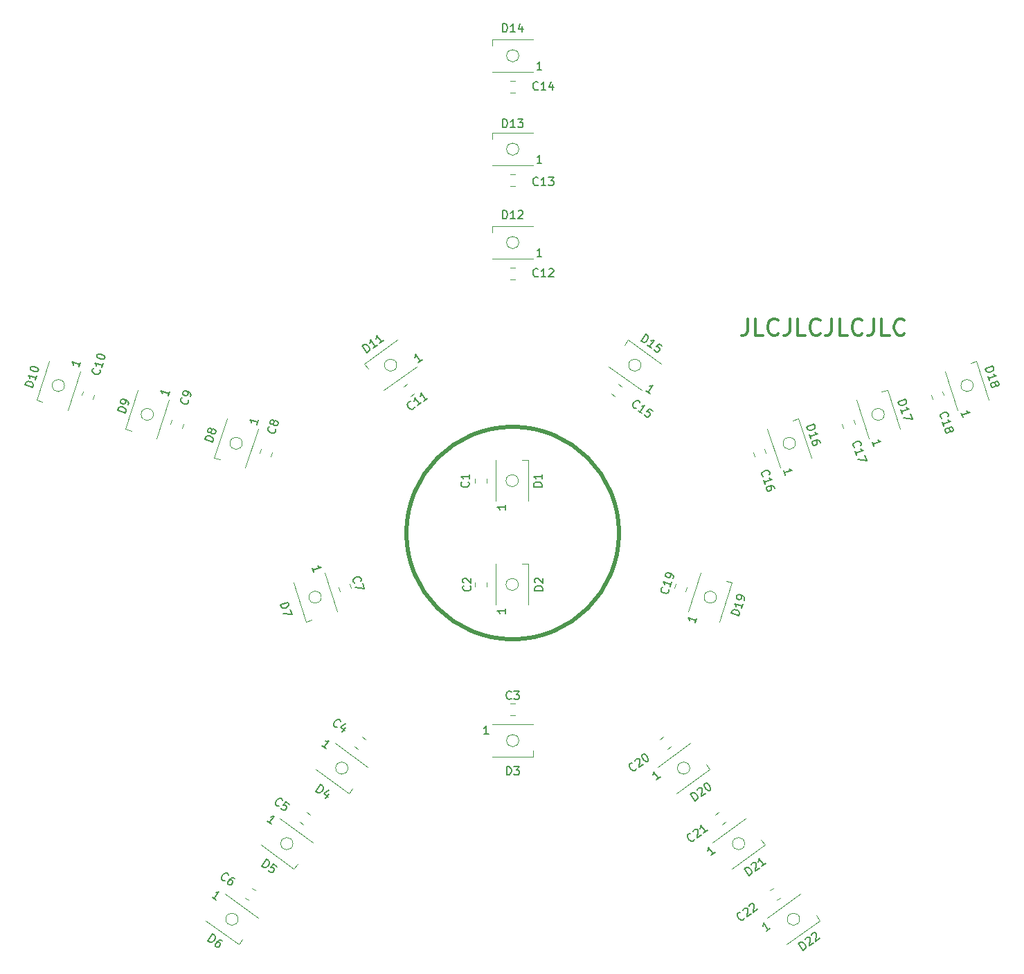
<source format=gbr>
%TF.GenerationSoftware,KiCad,Pcbnew,5.1.12-84ad8e8a86~92~ubuntu20.04.1*%
%TF.CreationDate,2021-11-29T16:52:28+01:00*%
%TF.ProjectId,RGBchristmasStar,52474263-6872-4697-9374-6d6173537461,rev?*%
%TF.SameCoordinates,Original*%
%TF.FileFunction,Legend,Top*%
%TF.FilePolarity,Positive*%
%FSLAX46Y46*%
G04 Gerber Fmt 4.6, Leading zero omitted, Abs format (unit mm)*
G04 Created by KiCad (PCBNEW 5.1.12-84ad8e8a86~92~ubuntu20.04.1) date 2021-11-29 16:52:28*
%MOMM*%
%LPD*%
G01*
G04 APERTURE LIST*
%ADD10C,0.300000*%
%ADD11C,0.500000*%
%ADD12C,0.120000*%
%ADD13C,0.150000*%
G04 APERTURE END LIST*
D10*
X136741904Y-86794761D02*
X136741904Y-88223333D01*
X136646666Y-88509047D01*
X136456190Y-88699523D01*
X136170476Y-88794761D01*
X135980000Y-88794761D01*
X138646666Y-88794761D02*
X137694285Y-88794761D01*
X137694285Y-86794761D01*
X140456190Y-88604285D02*
X140360952Y-88699523D01*
X140075238Y-88794761D01*
X139884761Y-88794761D01*
X139599047Y-88699523D01*
X139408571Y-88509047D01*
X139313333Y-88318571D01*
X139218095Y-87937619D01*
X139218095Y-87651904D01*
X139313333Y-87270952D01*
X139408571Y-87080476D01*
X139599047Y-86890000D01*
X139884761Y-86794761D01*
X140075238Y-86794761D01*
X140360952Y-86890000D01*
X140456190Y-86985238D01*
X141884761Y-86794761D02*
X141884761Y-88223333D01*
X141789523Y-88509047D01*
X141599047Y-88699523D01*
X141313333Y-88794761D01*
X141122857Y-88794761D01*
X143789523Y-88794761D02*
X142837142Y-88794761D01*
X142837142Y-86794761D01*
X145599047Y-88604285D02*
X145503809Y-88699523D01*
X145218095Y-88794761D01*
X145027619Y-88794761D01*
X144741904Y-88699523D01*
X144551428Y-88509047D01*
X144456190Y-88318571D01*
X144360952Y-87937619D01*
X144360952Y-87651904D01*
X144456190Y-87270952D01*
X144551428Y-87080476D01*
X144741904Y-86890000D01*
X145027619Y-86794761D01*
X145218095Y-86794761D01*
X145503809Y-86890000D01*
X145599047Y-86985238D01*
X147027619Y-86794761D02*
X147027619Y-88223333D01*
X146932380Y-88509047D01*
X146741904Y-88699523D01*
X146456190Y-88794761D01*
X146265714Y-88794761D01*
X148932380Y-88794761D02*
X147980000Y-88794761D01*
X147980000Y-86794761D01*
X150741904Y-88604285D02*
X150646666Y-88699523D01*
X150360952Y-88794761D01*
X150170476Y-88794761D01*
X149884761Y-88699523D01*
X149694285Y-88509047D01*
X149599047Y-88318571D01*
X149503809Y-87937619D01*
X149503809Y-87651904D01*
X149599047Y-87270952D01*
X149694285Y-87080476D01*
X149884761Y-86890000D01*
X150170476Y-86794761D01*
X150360952Y-86794761D01*
X150646666Y-86890000D01*
X150741904Y-86985238D01*
X152170476Y-86794761D02*
X152170476Y-88223333D01*
X152075238Y-88509047D01*
X151884761Y-88699523D01*
X151599047Y-88794761D01*
X151408571Y-88794761D01*
X154075238Y-88794761D02*
X153122857Y-88794761D01*
X153122857Y-86794761D01*
X155884761Y-88604285D02*
X155789523Y-88699523D01*
X155503809Y-88794761D01*
X155313333Y-88794761D01*
X155027619Y-88699523D01*
X154837142Y-88509047D01*
X154741904Y-88318571D01*
X154646666Y-87937619D01*
X154646666Y-87651904D01*
X154741904Y-87270952D01*
X154837142Y-87080476D01*
X155027619Y-86890000D01*
X155313333Y-86794761D01*
X155503809Y-86794761D01*
X155789523Y-86890000D01*
X155884761Y-86985238D01*
D11*
X121000000Y-113000000D02*
G75*
G03*
X121000000Y-113000000I-13000000J0D01*
G01*
D12*
%TO.C,C22*%
X140319617Y-157928606D02*
X140742331Y-157621485D01*
X139455573Y-156739351D02*
X139878287Y-156432230D01*
%TO.C,C21*%
X133601232Y-148681541D02*
X134023946Y-148374420D01*
X132737188Y-147492286D02*
X133159902Y-147185165D01*
%TO.C,C20*%
X126882846Y-139434477D02*
X127305560Y-139127356D01*
X126018802Y-138245222D02*
X126441516Y-137938101D01*
%TO.C,C19*%
X129151605Y-120147269D02*
X129313068Y-119650338D01*
X127753552Y-119693014D02*
X127915015Y-119196083D01*
%TO.C,C18*%
X160716954Y-96145920D02*
X160555491Y-95648989D01*
X159318901Y-96600175D02*
X159157438Y-96103244D01*
%TO.C,C17*%
X149846378Y-99677985D02*
X149684915Y-99181054D01*
X148448325Y-100132240D02*
X148286862Y-99635309D01*
%TO.C,C16*%
X138975802Y-103210049D02*
X138814339Y-102713118D01*
X137577749Y-103664304D02*
X137416286Y-103167373D01*
%TO.C,C15*%
X121333662Y-95092257D02*
X120910948Y-94785136D01*
X120469618Y-96281512D02*
X120046904Y-95974391D01*
%TO.C,C14*%
X108261252Y-57655000D02*
X107738748Y-57655000D01*
X108261252Y-59125000D02*
X107738748Y-59125000D01*
%TO.C,C13*%
X108261252Y-69085000D02*
X107738748Y-69085000D01*
X108261252Y-70555000D02*
X107738748Y-70555000D01*
%TO.C,C12*%
X108261252Y-80515000D02*
X107738748Y-80515000D01*
X108261252Y-81985000D02*
X107738748Y-81985000D01*
%TO.C,C11*%
X95089052Y-94785136D02*
X94666338Y-95092257D01*
X95953096Y-95974391D02*
X95530382Y-96281512D01*
%TO.C,C10*%
X55444509Y-95648989D02*
X55283046Y-96145920D01*
X56842562Y-96103244D02*
X56681099Y-96600175D01*
%TO.C,C9*%
X66315085Y-99181054D02*
X66153622Y-99677985D01*
X67713138Y-99635309D02*
X67551675Y-100132240D01*
%TO.C,C8*%
X77185661Y-102713118D02*
X77024198Y-103210049D01*
X78583714Y-103167373D02*
X78422251Y-103664304D01*
%TO.C,C7*%
X86686932Y-119650338D02*
X86848395Y-120147269D01*
X88084985Y-119196083D02*
X88246448Y-119693014D01*
%TO.C,C6*%
X75257669Y-157621485D02*
X75680383Y-157928606D01*
X76121713Y-156432230D02*
X76544427Y-156739351D01*
%TO.C,C5*%
X81976054Y-148374420D02*
X82398768Y-148681541D01*
X82840098Y-147185165D02*
X83262812Y-147492286D01*
%TO.C,C4*%
X88694440Y-139127356D02*
X89117154Y-139434477D01*
X89558484Y-137938101D02*
X89981198Y-138245222D01*
%TO.C,C3*%
X107738748Y-135325000D02*
X108261252Y-135325000D01*
X107738748Y-133855000D02*
X108261252Y-133855000D01*
%TO.C,C2*%
X104855000Y-119551252D02*
X104855000Y-119028748D01*
X103385000Y-119551252D02*
X103385000Y-119028748D01*
%TO.C,C1*%
X104855000Y-106851252D02*
X104855000Y-106328748D01*
X103385000Y-106851252D02*
X103385000Y-106328748D01*
%TO.C,D1*%
X108680000Y-106590000D02*
G75*
G03*
X108680000Y-106590000I-750000J0D01*
G01*
X109930000Y-104090000D02*
X109180000Y-104090000D01*
X109930000Y-109090000D02*
X109930000Y-104090000D01*
X105930000Y-109090000D02*
X105930000Y-104090000D01*
%TO.C,D2*%
X108680000Y-119290000D02*
G75*
G03*
X108680000Y-119290000I-750000J0D01*
G01*
X109930000Y-116790000D02*
X109180000Y-116790000D01*
X109930000Y-121790000D02*
X109930000Y-116790000D01*
X105930000Y-121790000D02*
X105930000Y-116790000D01*
%TO.C,D3*%
X108750000Y-138400000D02*
G75*
G03*
X108750000Y-138400000I-750000J0D01*
G01*
X110500000Y-140400000D02*
X110500000Y-139650000D01*
X105500000Y-140400000D02*
X110500000Y-140400000D01*
X105500000Y-136400000D02*
X110500000Y-136400000D01*
%TO.C,D4*%
X87848357Y-141768644D02*
G75*
G03*
X87848357Y-141768644I-750000J0D01*
G01*
X87945329Y-144856141D02*
X88386168Y-144249378D01*
X83900244Y-141917215D02*
X87945329Y-144856141D01*
X86251385Y-138681147D02*
X90296470Y-141620073D01*
%TO.C,D5*%
X81129971Y-151015708D02*
G75*
G03*
X81129971Y-151015708I-750000J0D01*
G01*
X81226943Y-154103205D02*
X81667782Y-153496442D01*
X77181858Y-151164279D02*
X81226943Y-154103205D01*
X79532999Y-147928211D02*
X83578084Y-150867137D01*
%TO.C,D6*%
X74411586Y-160262772D02*
G75*
G03*
X74411586Y-160262772I-750000J0D01*
G01*
X74508558Y-163350269D02*
X74949397Y-162743506D01*
X70463473Y-160411343D02*
X74508558Y-163350269D01*
X72814614Y-157175275D02*
X76859699Y-160114201D01*
%TO.C,D7*%
X84593165Y-120849031D02*
G75*
G03*
X84593165Y-120849031I-750000J0D01*
G01*
X82713594Y-123844706D02*
X83426887Y-123612944D01*
X81168509Y-119089424D02*
X82713594Y-123844706D01*
X84972736Y-117853356D02*
X86517821Y-122608638D01*
%TO.C,D8*%
X74930431Y-102011356D02*
G75*
G03*
X74930431Y-102011356I-750000J0D01*
G01*
X71505775Y-103770963D02*
X72219068Y-104002726D01*
X73050860Y-99015681D02*
X71505775Y-103770963D01*
X76855087Y-100251749D02*
X75310002Y-105007031D01*
%TO.C,D9*%
X64059855Y-98479292D02*
G75*
G03*
X64059855Y-98479292I-750000J0D01*
G01*
X60635199Y-100238899D02*
X61348492Y-100470662D01*
X62180284Y-95483617D02*
X60635199Y-100238899D01*
X65984511Y-96719685D02*
X64439426Y-101474967D01*
%TO.C,D10*%
X53189279Y-94947228D02*
G75*
G03*
X53189279Y-94947228I-750000J0D01*
G01*
X49764623Y-96706835D02*
X50477916Y-96938598D01*
X51309708Y-91951553D02*
X49764623Y-96706835D01*
X55113935Y-93187621D02*
X53568850Y-97942903D01*
%TO.C,D11*%
X93820255Y-92450969D02*
G75*
G03*
X93820255Y-92450969I-750000J0D01*
G01*
X89872142Y-92302398D02*
X90312981Y-92909161D01*
X93917227Y-89363472D02*
X89872142Y-92302398D01*
X96268368Y-92599540D02*
X92223283Y-95538466D01*
%TO.C,D12*%
X108750000Y-77440000D02*
G75*
G03*
X108750000Y-77440000I-750000J0D01*
G01*
X105500000Y-75440000D02*
X105500000Y-76190000D01*
X110500000Y-75440000D02*
X105500000Y-75440000D01*
X110500000Y-79440000D02*
X105500000Y-79440000D01*
%TO.C,D13*%
X108750000Y-66010000D02*
G75*
G03*
X108750000Y-66010000I-750000J0D01*
G01*
X105500000Y-64010000D02*
X105500000Y-64760000D01*
X110500000Y-64010000D02*
X105500000Y-64010000D01*
X110500000Y-68010000D02*
X105500000Y-68010000D01*
%TO.C,D14*%
X108750000Y-54580000D02*
G75*
G03*
X108750000Y-54580000I-750000J0D01*
G01*
X105500000Y-52580000D02*
X105500000Y-53330000D01*
X110500000Y-52580000D02*
X105500000Y-52580000D01*
X110500000Y-56580000D02*
X105500000Y-56580000D01*
%TO.C,D15*%
X123679745Y-92450969D02*
G75*
G03*
X123679745Y-92450969I-750000J0D01*
G01*
X122082773Y-89363472D02*
X121641934Y-89970235D01*
X126127858Y-92302398D02*
X122082773Y-89363472D01*
X123776717Y-95538466D02*
X119731632Y-92599540D01*
%TO.C,D16*%
X142569569Y-102011356D02*
G75*
G03*
X142569569Y-102011356I-750000J0D01*
G01*
X142949140Y-99015681D02*
X142235847Y-99247443D01*
X144494225Y-103770963D02*
X142949140Y-99015681D01*
X140689998Y-105007031D02*
X139144913Y-100251749D01*
%TO.C,D17*%
X153440145Y-98479292D02*
G75*
G03*
X153440145Y-98479292I-750000J0D01*
G01*
X153819716Y-95483617D02*
X153106423Y-95715379D01*
X155364801Y-100238899D02*
X153819716Y-95483617D01*
X151560574Y-101474967D02*
X150015489Y-96719685D01*
%TO.C,D18*%
X164310721Y-94947228D02*
G75*
G03*
X164310721Y-94947228I-750000J0D01*
G01*
X164690292Y-91951553D02*
X163976999Y-92183315D01*
X166235377Y-96706835D02*
X164690292Y-91951553D01*
X162431150Y-97942903D02*
X160886065Y-93187621D01*
%TO.C,D19*%
X132906835Y-120849031D02*
G75*
G03*
X132906835Y-120849031I-750000J0D01*
G01*
X134831491Y-119089424D02*
X134118198Y-118857661D01*
X133286406Y-123844706D02*
X134831491Y-119089424D01*
X129482179Y-122608638D02*
X131027264Y-117853356D01*
%TO.C,D20*%
X129651643Y-141768644D02*
G75*
G03*
X129651643Y-141768644I-750000J0D01*
G01*
X132099756Y-141917215D02*
X131658917Y-141310452D01*
X128054671Y-144856141D02*
X132099756Y-141917215D01*
X125703530Y-141620073D02*
X129748615Y-138681147D01*
%TO.C,D21*%
X136370029Y-151015708D02*
G75*
G03*
X136370029Y-151015708I-750000J0D01*
G01*
X138818142Y-151164279D02*
X138377303Y-150557516D01*
X134773057Y-154103205D02*
X138818142Y-151164279D01*
X132421916Y-150867137D02*
X136467001Y-147928211D01*
%TO.C,D22*%
X143088414Y-160262772D02*
G75*
G03*
X143088414Y-160262772I-750000J0D01*
G01*
X145536527Y-160411343D02*
X145095688Y-159804580D01*
X141491442Y-163350269D02*
X145536527Y-160411343D01*
X139140301Y-160114201D02*
X143185386Y-157175275D01*
%TO.C,C22*%
D13*
X136321840Y-160088796D02*
X136311306Y-160155310D01*
X136223722Y-160277804D01*
X136146672Y-160333784D01*
X136003109Y-160379229D01*
X135870080Y-160358159D01*
X135775576Y-160309100D01*
X135625092Y-160182991D01*
X135541123Y-160067417D01*
X135467688Y-159885329D01*
X135450233Y-159780290D01*
X135471303Y-159647261D01*
X135558887Y-159524767D01*
X135635936Y-159468787D01*
X135779500Y-159423343D01*
X135846014Y-159433878D01*
X136154211Y-159209959D02*
X136164746Y-159143445D01*
X136213806Y-159048941D01*
X136406429Y-158908992D01*
X136511468Y-158891537D01*
X136577982Y-158902072D01*
X136672486Y-158951131D01*
X136728466Y-159028181D01*
X136773910Y-159171744D01*
X136647492Y-159969917D01*
X137148312Y-159606050D01*
X136924704Y-158650164D02*
X136935238Y-158583650D01*
X136984298Y-158489145D01*
X137176921Y-158349196D01*
X137281960Y-158331742D01*
X137348474Y-158342276D01*
X137442979Y-158391336D01*
X137498958Y-158468385D01*
X137544403Y-158611949D01*
X137417985Y-159410121D01*
X137918805Y-159046254D01*
%TO.C,C21*%
X130225840Y-150436796D02*
X130215306Y-150503310D01*
X130127722Y-150625804D01*
X130050672Y-150681784D01*
X129907109Y-150727229D01*
X129774080Y-150706159D01*
X129679576Y-150657100D01*
X129529092Y-150530991D01*
X129445123Y-150415417D01*
X129371688Y-150233329D01*
X129354233Y-150128290D01*
X129375303Y-149995261D01*
X129462887Y-149872767D01*
X129539936Y-149816787D01*
X129683500Y-149771343D01*
X129750014Y-149781878D01*
X130058211Y-149557959D02*
X130068746Y-149491445D01*
X130117806Y-149396941D01*
X130310429Y-149256992D01*
X130415468Y-149239537D01*
X130481982Y-149250072D01*
X130576486Y-149299131D01*
X130632466Y-149376181D01*
X130677910Y-149519744D01*
X130551492Y-150317917D01*
X131052312Y-149954050D01*
X131822805Y-149394254D02*
X131360509Y-149730132D01*
X131591657Y-149562193D02*
X131003872Y-148753176D01*
X131010792Y-148924729D01*
X130989722Y-149057758D01*
X130940663Y-149152262D01*
%TO.C,C20*%
X123113840Y-141800796D02*
X123103306Y-141867310D01*
X123015722Y-141989804D01*
X122938672Y-142045784D01*
X122795109Y-142091229D01*
X122662080Y-142070159D01*
X122567576Y-142021100D01*
X122417092Y-141894991D01*
X122333123Y-141779417D01*
X122259688Y-141597329D01*
X122242233Y-141492290D01*
X122263303Y-141359261D01*
X122350887Y-141236767D01*
X122427936Y-141180787D01*
X122571500Y-141135343D01*
X122638014Y-141145878D01*
X122946211Y-140921959D02*
X122956746Y-140855445D01*
X123005806Y-140760941D01*
X123198429Y-140620992D01*
X123303468Y-140603537D01*
X123369982Y-140614072D01*
X123464486Y-140663131D01*
X123520466Y-140740181D01*
X123565910Y-140883744D01*
X123439492Y-141681917D01*
X123940312Y-141318050D01*
X123853347Y-140145166D02*
X123930396Y-140089186D01*
X124035435Y-140071731D01*
X124101950Y-140082266D01*
X124196454Y-140131326D01*
X124346938Y-140257434D01*
X124486887Y-140450057D01*
X124560321Y-140632146D01*
X124577776Y-140737185D01*
X124567241Y-140803699D01*
X124518182Y-140898203D01*
X124441132Y-140954183D01*
X124336093Y-140971638D01*
X124269579Y-140961103D01*
X124175075Y-140912043D01*
X124024591Y-140785935D01*
X123884642Y-140593312D01*
X123811208Y-140411223D01*
X123793753Y-140306184D01*
X123804288Y-140239670D01*
X123853347Y-140145166D01*
%TO.C,C19*%
X127076544Y-119874283D02*
X127107117Y-119934287D01*
X127108260Y-120084867D01*
X127078830Y-120175444D01*
X126989396Y-120296594D01*
X126869389Y-120357741D01*
X126764097Y-120373599D01*
X126568229Y-120360027D01*
X126432363Y-120315882D01*
X126265925Y-120211733D01*
X126190063Y-120137014D01*
X126128917Y-120017007D01*
X126127773Y-119866427D01*
X126157204Y-119775850D01*
X126246637Y-119654700D01*
X126306641Y-119624127D01*
X127461422Y-118997945D02*
X127284841Y-119541406D01*
X127373132Y-119269676D02*
X126422075Y-118960659D01*
X126528510Y-119095381D01*
X126589657Y-119215388D01*
X126605515Y-119320680D01*
X127608573Y-118545061D02*
X127667434Y-118363908D01*
X127651576Y-118258616D01*
X127621002Y-118198612D01*
X127514567Y-118063890D01*
X127348129Y-117959741D01*
X126985821Y-117842021D01*
X126880530Y-117857879D01*
X126820526Y-117888452D01*
X126745807Y-117964314D01*
X126686947Y-118145467D01*
X126702805Y-118250759D01*
X126733379Y-118310763D01*
X126809240Y-118385481D01*
X127035682Y-118459057D01*
X127140974Y-118443199D01*
X127200978Y-118412625D01*
X127275696Y-118336764D01*
X127334557Y-118155610D01*
X127318699Y-118050318D01*
X127288125Y-117990315D01*
X127212264Y-117915596D01*
%TO.C,C18*%
X160477683Y-98976969D02*
X160417679Y-98946396D01*
X160328245Y-98825246D01*
X160298815Y-98734669D01*
X160299958Y-98584089D01*
X160361105Y-98464082D01*
X160436967Y-98389363D01*
X160603405Y-98285214D01*
X160739270Y-98241069D01*
X160935139Y-98227497D01*
X161040431Y-98243355D01*
X161160438Y-98304502D01*
X161249872Y-98425652D01*
X161279302Y-98516229D01*
X161278159Y-98666809D01*
X161247586Y-98726813D01*
X160681408Y-99912168D02*
X160504827Y-99368707D01*
X160593117Y-99640437D02*
X161544174Y-99331420D01*
X161378878Y-99284989D01*
X161258871Y-99223842D01*
X161184153Y-99147980D01*
X161401450Y-100279047D02*
X161417308Y-100173755D01*
X161447881Y-100113752D01*
X161523743Y-100039033D01*
X161569031Y-100024318D01*
X161674323Y-100040176D01*
X161734327Y-100070750D01*
X161809045Y-100146611D01*
X161867906Y-100327765D01*
X161852048Y-100433057D01*
X161821474Y-100493060D01*
X161745613Y-100567779D01*
X161700324Y-100582494D01*
X161595032Y-100566636D01*
X161535029Y-100536063D01*
X161460310Y-100460201D01*
X161401450Y-100279047D01*
X161326731Y-100203186D01*
X161266728Y-100172612D01*
X161161436Y-100156754D01*
X160980282Y-100215614D01*
X160904420Y-100290333D01*
X160873847Y-100350336D01*
X160857989Y-100455628D01*
X160916849Y-100636782D01*
X160991568Y-100712644D01*
X161051571Y-100743217D01*
X161156863Y-100759075D01*
X161338017Y-100700215D01*
X161413879Y-100625496D01*
X161444452Y-100565493D01*
X161460310Y-100460201D01*
%TO.C,C17*%
X149809683Y-102532969D02*
X149749679Y-102502396D01*
X149660245Y-102381246D01*
X149630815Y-102290669D01*
X149631958Y-102140089D01*
X149693105Y-102020082D01*
X149768967Y-101945363D01*
X149935405Y-101841214D01*
X150071270Y-101797069D01*
X150267139Y-101783497D01*
X150372431Y-101799355D01*
X150492438Y-101860502D01*
X150581872Y-101981652D01*
X150611302Y-102072229D01*
X150610159Y-102222809D01*
X150579586Y-102282813D01*
X150013408Y-103468168D02*
X149836827Y-102924707D01*
X149925117Y-103196437D02*
X150876174Y-102887420D01*
X150710878Y-102840989D01*
X150590871Y-102779842D01*
X150516153Y-102703980D01*
X151067470Y-103476169D02*
X151273481Y-104110207D01*
X150189989Y-104011628D01*
%TO.C,C16*%
X138633683Y-106088969D02*
X138573679Y-106058396D01*
X138484245Y-105937246D01*
X138454815Y-105846669D01*
X138455958Y-105696089D01*
X138517105Y-105576082D01*
X138592967Y-105501363D01*
X138759405Y-105397214D01*
X138895270Y-105353069D01*
X139091139Y-105339497D01*
X139196431Y-105355355D01*
X139316438Y-105416502D01*
X139405872Y-105537652D01*
X139435302Y-105628229D01*
X139434159Y-105778809D01*
X139403586Y-105838813D01*
X138837408Y-107024168D02*
X138660827Y-106480707D01*
X138749117Y-106752437D02*
X139700174Y-106443420D01*
X139534878Y-106396989D01*
X139414871Y-106335842D01*
X139340153Y-106259980D01*
X140053336Y-107530342D02*
X139994476Y-107349188D01*
X139919757Y-107273327D01*
X139859754Y-107242753D01*
X139694458Y-107196322D01*
X139498589Y-107209894D01*
X139136282Y-107327614D01*
X139060420Y-107402333D01*
X139029847Y-107462336D01*
X139013989Y-107567628D01*
X139072849Y-107748782D01*
X139147568Y-107824644D01*
X139207571Y-107855217D01*
X139312863Y-107871075D01*
X139539305Y-107797500D01*
X139615167Y-107722781D01*
X139645740Y-107662778D01*
X139661599Y-107557486D01*
X139602738Y-107376332D01*
X139528020Y-107300470D01*
X139468016Y-107269897D01*
X139362724Y-107254039D01*
%TO.C,C15*%
X123074994Y-97712672D02*
X123008479Y-97723207D01*
X122864916Y-97677762D01*
X122787867Y-97621783D01*
X122700282Y-97499289D01*
X122679213Y-97366260D01*
X122696668Y-97261221D01*
X122770102Y-97079133D01*
X122854072Y-96963559D01*
X123004555Y-96837450D01*
X123099059Y-96788391D01*
X123232088Y-96767321D01*
X123375652Y-96812766D01*
X123452701Y-96868745D01*
X123540285Y-96991239D01*
X123550820Y-97057754D01*
X123789507Y-98349517D02*
X123327211Y-98013640D01*
X123558359Y-98181578D02*
X124146144Y-97372561D01*
X123985126Y-97432156D01*
X123852097Y-97453225D01*
X123747058Y-97435770D01*
X125109260Y-98072306D02*
X124724013Y-97792408D01*
X124405591Y-98149664D01*
X124472106Y-98139129D01*
X124577145Y-98156584D01*
X124769768Y-98296533D01*
X124818827Y-98391037D01*
X124829362Y-98457552D01*
X124811907Y-98562591D01*
X124671958Y-98755214D01*
X124577454Y-98804273D01*
X124510940Y-98814808D01*
X124405901Y-98797353D01*
X124213277Y-98657404D01*
X124164218Y-98562900D01*
X124153683Y-98496386D01*
%TO.C,C14*%
X111097142Y-58687142D02*
X111049523Y-58734761D01*
X110906666Y-58782380D01*
X110811428Y-58782380D01*
X110668571Y-58734761D01*
X110573333Y-58639523D01*
X110525714Y-58544285D01*
X110478095Y-58353809D01*
X110478095Y-58210952D01*
X110525714Y-58020476D01*
X110573333Y-57925238D01*
X110668571Y-57830000D01*
X110811428Y-57782380D01*
X110906666Y-57782380D01*
X111049523Y-57830000D01*
X111097142Y-57877619D01*
X112049523Y-58782380D02*
X111478095Y-58782380D01*
X111763809Y-58782380D02*
X111763809Y-57782380D01*
X111668571Y-57925238D01*
X111573333Y-58020476D01*
X111478095Y-58068095D01*
X112906666Y-58115714D02*
X112906666Y-58782380D01*
X112668571Y-57734761D02*
X112430476Y-58449047D01*
X113049523Y-58449047D01*
%TO.C,C13*%
X111097142Y-70371142D02*
X111049523Y-70418761D01*
X110906666Y-70466380D01*
X110811428Y-70466380D01*
X110668571Y-70418761D01*
X110573333Y-70323523D01*
X110525714Y-70228285D01*
X110478095Y-70037809D01*
X110478095Y-69894952D01*
X110525714Y-69704476D01*
X110573333Y-69609238D01*
X110668571Y-69514000D01*
X110811428Y-69466380D01*
X110906666Y-69466380D01*
X111049523Y-69514000D01*
X111097142Y-69561619D01*
X112049523Y-70466380D02*
X111478095Y-70466380D01*
X111763809Y-70466380D02*
X111763809Y-69466380D01*
X111668571Y-69609238D01*
X111573333Y-69704476D01*
X111478095Y-69752095D01*
X112382857Y-69466380D02*
X113001904Y-69466380D01*
X112668571Y-69847333D01*
X112811428Y-69847333D01*
X112906666Y-69894952D01*
X112954285Y-69942571D01*
X113001904Y-70037809D01*
X113001904Y-70275904D01*
X112954285Y-70371142D01*
X112906666Y-70418761D01*
X112811428Y-70466380D01*
X112525714Y-70466380D01*
X112430476Y-70418761D01*
X112382857Y-70371142D01*
%TO.C,C12*%
X111097142Y-81547142D02*
X111049523Y-81594761D01*
X110906666Y-81642380D01*
X110811428Y-81642380D01*
X110668571Y-81594761D01*
X110573333Y-81499523D01*
X110525714Y-81404285D01*
X110478095Y-81213809D01*
X110478095Y-81070952D01*
X110525714Y-80880476D01*
X110573333Y-80785238D01*
X110668571Y-80690000D01*
X110811428Y-80642380D01*
X110906666Y-80642380D01*
X111049523Y-80690000D01*
X111097142Y-80737619D01*
X112049523Y-81642380D02*
X111478095Y-81642380D01*
X111763809Y-81642380D02*
X111763809Y-80642380D01*
X111668571Y-80785238D01*
X111573333Y-80880476D01*
X111478095Y-80928095D01*
X112430476Y-80737619D02*
X112478095Y-80690000D01*
X112573333Y-80642380D01*
X112811428Y-80642380D01*
X112906666Y-80690000D01*
X112954285Y-80737619D01*
X113001904Y-80832857D01*
X113001904Y-80928095D01*
X112954285Y-81070952D01*
X112382857Y-81642380D01*
X113001904Y-81642380D01*
%TO.C,C11*%
X95987036Y-97559269D02*
X95976502Y-97625783D01*
X95888918Y-97748277D01*
X95811868Y-97804257D01*
X95668305Y-97849702D01*
X95535276Y-97828632D01*
X95440772Y-97779573D01*
X95290288Y-97653464D01*
X95206319Y-97537890D01*
X95132884Y-97355802D01*
X95115429Y-97250763D01*
X95136499Y-97117734D01*
X95224083Y-96995240D01*
X95301132Y-96939260D01*
X95444696Y-96893816D01*
X95511210Y-96904351D01*
X96813508Y-97076523D02*
X96351213Y-97412400D01*
X96582361Y-97244461D02*
X95994575Y-96435444D01*
X96001495Y-96606998D01*
X95980426Y-96740027D01*
X95931366Y-96834531D01*
X97584001Y-96516727D02*
X97121705Y-96852605D01*
X97352853Y-96684666D02*
X96765068Y-95875649D01*
X96771988Y-96047202D01*
X96750918Y-96180231D01*
X96701859Y-96274735D01*
%TO.C,C10*%
X57525009Y-93087756D02*
X57555582Y-93147760D01*
X57556725Y-93298340D01*
X57527295Y-93388917D01*
X57437861Y-93510067D01*
X57317854Y-93571214D01*
X57212562Y-93587072D01*
X57016694Y-93573500D01*
X56880828Y-93529355D01*
X56714390Y-93425206D01*
X56638528Y-93350487D01*
X56577382Y-93230480D01*
X56576238Y-93079900D01*
X56605669Y-92989323D01*
X56695102Y-92868173D01*
X56755106Y-92837600D01*
X57909887Y-92211418D02*
X57733306Y-92754879D01*
X57821597Y-92483149D02*
X56870540Y-92174132D01*
X56976975Y-92308854D01*
X57038122Y-92428861D01*
X57053980Y-92534153D01*
X57150127Y-91313652D02*
X57179557Y-91223075D01*
X57254276Y-91147213D01*
X57314279Y-91116640D01*
X57419571Y-91100782D01*
X57615440Y-91114354D01*
X57841882Y-91187929D01*
X58008321Y-91292078D01*
X58084182Y-91366797D01*
X58114756Y-91426800D01*
X58130614Y-91532092D01*
X58101184Y-91622669D01*
X58026465Y-91698531D01*
X57966462Y-91729104D01*
X57861170Y-91744962D01*
X57665301Y-91731390D01*
X57438859Y-91657815D01*
X57272420Y-91553666D01*
X57196559Y-91478947D01*
X57165985Y-91418944D01*
X57150127Y-91313652D01*
%TO.C,C9*%
X68340160Y-96698872D02*
X68370733Y-96758876D01*
X68371876Y-96909456D01*
X68342446Y-97000033D01*
X68253012Y-97121183D01*
X68133005Y-97182329D01*
X68027713Y-97198188D01*
X67831845Y-97184616D01*
X67695979Y-97140470D01*
X67529541Y-97036322D01*
X67453679Y-96961603D01*
X67392533Y-96841596D01*
X67391389Y-96691016D01*
X67420820Y-96600439D01*
X67510253Y-96479289D01*
X67570257Y-96448716D01*
X68577887Y-96275418D02*
X68636748Y-96094265D01*
X68620890Y-95988973D01*
X68590316Y-95928969D01*
X68483881Y-95794247D01*
X68317443Y-95690098D01*
X67955136Y-95572378D01*
X67849844Y-95588236D01*
X67789840Y-95618809D01*
X67715122Y-95694671D01*
X67656261Y-95875824D01*
X67672119Y-95981116D01*
X67702693Y-96041120D01*
X67778554Y-96115838D01*
X68004996Y-96189414D01*
X68110288Y-96173556D01*
X68170292Y-96142982D01*
X68245010Y-96067121D01*
X68303871Y-95885967D01*
X68288013Y-95780675D01*
X68257439Y-95720672D01*
X68181578Y-95645953D01*
%TO.C,C8*%
X79008159Y-100254872D02*
X79038732Y-100314876D01*
X79039875Y-100465456D01*
X79010445Y-100556033D01*
X78921011Y-100677183D01*
X78801004Y-100738329D01*
X78695712Y-100754188D01*
X78499844Y-100740616D01*
X78363978Y-100696470D01*
X78197540Y-100592322D01*
X78121678Y-100517603D01*
X78060532Y-100397596D01*
X78059388Y-100247016D01*
X78088819Y-100156439D01*
X78178252Y-100035289D01*
X78238256Y-100004716D01*
X78731856Y-99564260D02*
X78657137Y-99640122D01*
X78597134Y-99670695D01*
X78491842Y-99686554D01*
X78446553Y-99671838D01*
X78370692Y-99597120D01*
X78340118Y-99537116D01*
X78324260Y-99431824D01*
X78383121Y-99250671D01*
X78457839Y-99174809D01*
X78517843Y-99144236D01*
X78623135Y-99128378D01*
X78668423Y-99143093D01*
X78744285Y-99217811D01*
X78774858Y-99277815D01*
X78790716Y-99383107D01*
X78731856Y-99564260D01*
X78747714Y-99669552D01*
X78778287Y-99729556D01*
X78854149Y-99804274D01*
X79035303Y-99863135D01*
X79140595Y-99847276D01*
X79200598Y-99816703D01*
X79275317Y-99740841D01*
X79334177Y-99559688D01*
X79318319Y-99454396D01*
X79287746Y-99394392D01*
X79211884Y-99319674D01*
X79030730Y-99260813D01*
X78925438Y-99276672D01*
X78865435Y-99307245D01*
X78790716Y-99383107D01*
%TO.C,C7*%
X88673299Y-119104380D02*
X88613295Y-119073807D01*
X88523861Y-118952657D01*
X88494431Y-118862080D01*
X88495574Y-118711500D01*
X88556721Y-118591493D01*
X88632583Y-118516774D01*
X88799021Y-118412625D01*
X88934886Y-118368480D01*
X89130755Y-118354908D01*
X89236047Y-118370766D01*
X89356054Y-118431913D01*
X89445488Y-118553063D01*
X89474918Y-118643640D01*
X89473775Y-118794220D01*
X89443202Y-118854224D01*
X89636784Y-119141812D02*
X89842795Y-119775850D01*
X88759303Y-119677271D01*
%TO.C,C6*%
X72787241Y-155548970D02*
X72720727Y-155559505D01*
X72577163Y-155514060D01*
X72500114Y-155458081D01*
X72412530Y-155335587D01*
X72391460Y-155202558D01*
X72408915Y-155097519D01*
X72482349Y-154915431D01*
X72566319Y-154799857D01*
X72716802Y-154673748D01*
X72811307Y-154624689D01*
X72944335Y-154603619D01*
X73087899Y-154649064D01*
X73164948Y-154705043D01*
X73252532Y-154827537D01*
X73263067Y-154894051D01*
X74012490Y-155320818D02*
X73858391Y-155208859D01*
X73753352Y-155191404D01*
X73686838Y-155201939D01*
X73525819Y-155261533D01*
X73375336Y-155387642D01*
X73151418Y-155695839D01*
X73133963Y-155800878D01*
X73144497Y-155867392D01*
X73193557Y-155961896D01*
X73347655Y-156073856D01*
X73452694Y-156091310D01*
X73519209Y-156080776D01*
X73613713Y-156031716D01*
X73753662Y-155839093D01*
X73771117Y-155734054D01*
X73760582Y-155667540D01*
X73711522Y-155573036D01*
X73557424Y-155461076D01*
X73452385Y-155443621D01*
X73385871Y-155454156D01*
X73291366Y-155503216D01*
%TO.C,C5*%
X79391239Y-146404970D02*
X79324725Y-146415505D01*
X79181161Y-146370060D01*
X79104112Y-146314081D01*
X79016528Y-146191587D01*
X78995458Y-146058558D01*
X79012913Y-145953519D01*
X79086347Y-145771431D01*
X79170317Y-145655857D01*
X79320800Y-145529748D01*
X79415305Y-145480689D01*
X79548333Y-145459619D01*
X79691897Y-145505064D01*
X79768946Y-145561043D01*
X79856530Y-145683537D01*
X79867065Y-145750051D01*
X80655012Y-146204808D02*
X80269766Y-145924910D01*
X79951344Y-146282167D01*
X80017858Y-146271632D01*
X80122897Y-146289087D01*
X80315520Y-146429036D01*
X80364580Y-146523540D01*
X80375115Y-146590054D01*
X80357660Y-146695093D01*
X80217711Y-146887716D01*
X80123207Y-146936776D01*
X80056692Y-146947310D01*
X79951653Y-146929856D01*
X79759030Y-146789907D01*
X79709971Y-146695403D01*
X79699436Y-146628888D01*
%TO.C,C4*%
X86503240Y-136752970D02*
X86436726Y-136763505D01*
X86293162Y-136718060D01*
X86216113Y-136662081D01*
X86128529Y-136539587D01*
X86107459Y-136406558D01*
X86124914Y-136301519D01*
X86198348Y-136119431D01*
X86282318Y-136003857D01*
X86432801Y-135877748D01*
X86527306Y-135828689D01*
X86660334Y-135807619D01*
X86803898Y-135853064D01*
X86880947Y-135909043D01*
X86968531Y-136031537D01*
X86979066Y-136098051D01*
X87532560Y-136794490D02*
X87140704Y-137333835D01*
X87563856Y-136346345D02*
X86951386Y-136784265D01*
X87452206Y-137148132D01*
%TO.C,C3*%
X107833333Y-133267142D02*
X107785714Y-133314761D01*
X107642857Y-133362380D01*
X107547619Y-133362380D01*
X107404761Y-133314761D01*
X107309523Y-133219523D01*
X107261904Y-133124285D01*
X107214285Y-132933809D01*
X107214285Y-132790952D01*
X107261904Y-132600476D01*
X107309523Y-132505238D01*
X107404761Y-132410000D01*
X107547619Y-132362380D01*
X107642857Y-132362380D01*
X107785714Y-132410000D01*
X107833333Y-132457619D01*
X108166666Y-132362380D02*
X108785714Y-132362380D01*
X108452380Y-132743333D01*
X108595238Y-132743333D01*
X108690476Y-132790952D01*
X108738095Y-132838571D01*
X108785714Y-132933809D01*
X108785714Y-133171904D01*
X108738095Y-133267142D01*
X108690476Y-133314761D01*
X108595238Y-133362380D01*
X108309523Y-133362380D01*
X108214285Y-133314761D01*
X108166666Y-133267142D01*
%TO.C,C2*%
X102797142Y-119456666D02*
X102844761Y-119504285D01*
X102892380Y-119647142D01*
X102892380Y-119742380D01*
X102844761Y-119885238D01*
X102749523Y-119980476D01*
X102654285Y-120028095D01*
X102463809Y-120075714D01*
X102320952Y-120075714D01*
X102130476Y-120028095D01*
X102035238Y-119980476D01*
X101940000Y-119885238D01*
X101892380Y-119742380D01*
X101892380Y-119647142D01*
X101940000Y-119504285D01*
X101987619Y-119456666D01*
X101987619Y-119075714D02*
X101940000Y-119028095D01*
X101892380Y-118932857D01*
X101892380Y-118694761D01*
X101940000Y-118599523D01*
X101987619Y-118551904D01*
X102082857Y-118504285D01*
X102178095Y-118504285D01*
X102320952Y-118551904D01*
X102892380Y-119123333D01*
X102892380Y-118504285D01*
%TO.C,C1*%
X102572142Y-106756666D02*
X102619761Y-106804285D01*
X102667380Y-106947142D01*
X102667380Y-107042380D01*
X102619761Y-107185238D01*
X102524523Y-107280476D01*
X102429285Y-107328095D01*
X102238809Y-107375714D01*
X102095952Y-107375714D01*
X101905476Y-107328095D01*
X101810238Y-107280476D01*
X101715000Y-107185238D01*
X101667380Y-107042380D01*
X101667380Y-106947142D01*
X101715000Y-106804285D01*
X101762619Y-106756666D01*
X102667380Y-105804285D02*
X102667380Y-106375714D01*
X102667380Y-106090000D02*
X101667380Y-106090000D01*
X101810238Y-106185238D01*
X101905476Y-106280476D01*
X101953095Y-106375714D01*
%TO.C,D1*%
X111557380Y-107328095D02*
X110557380Y-107328095D01*
X110557380Y-107090000D01*
X110605000Y-106947142D01*
X110700238Y-106851904D01*
X110795476Y-106804285D01*
X110985952Y-106756666D01*
X111128809Y-106756666D01*
X111319285Y-106804285D01*
X111414523Y-106851904D01*
X111509761Y-106947142D01*
X111557380Y-107090000D01*
X111557380Y-107328095D01*
X111557380Y-105804285D02*
X111557380Y-106375714D01*
X111557380Y-106090000D02*
X110557380Y-106090000D01*
X110700238Y-106185238D01*
X110795476Y-106280476D01*
X110843095Y-106375714D01*
X107132380Y-109554285D02*
X107132380Y-110125714D01*
X107132380Y-109840000D02*
X106132380Y-109840000D01*
X106275238Y-109935238D01*
X106370476Y-110030476D01*
X106418095Y-110125714D01*
%TO.C,D2*%
X111684380Y-120028095D02*
X110684380Y-120028095D01*
X110684380Y-119790000D01*
X110732000Y-119647142D01*
X110827238Y-119551904D01*
X110922476Y-119504285D01*
X111112952Y-119456666D01*
X111255809Y-119456666D01*
X111446285Y-119504285D01*
X111541523Y-119551904D01*
X111636761Y-119647142D01*
X111684380Y-119790000D01*
X111684380Y-120028095D01*
X110779619Y-119075714D02*
X110732000Y-119028095D01*
X110684380Y-118932857D01*
X110684380Y-118694761D01*
X110732000Y-118599523D01*
X110779619Y-118551904D01*
X110874857Y-118504285D01*
X110970095Y-118504285D01*
X111112952Y-118551904D01*
X111684380Y-119123333D01*
X111684380Y-118504285D01*
X107132380Y-122254285D02*
X107132380Y-122825714D01*
X107132380Y-122540000D02*
X106132380Y-122540000D01*
X106275238Y-122635238D01*
X106370476Y-122730476D01*
X106418095Y-122825714D01*
%TO.C,D3*%
X107261904Y-142602380D02*
X107261904Y-141602380D01*
X107500000Y-141602380D01*
X107642857Y-141650000D01*
X107738095Y-141745238D01*
X107785714Y-141840476D01*
X107833333Y-142030952D01*
X107833333Y-142173809D01*
X107785714Y-142364285D01*
X107738095Y-142459523D01*
X107642857Y-142554761D01*
X107500000Y-142602380D01*
X107261904Y-142602380D01*
X108166666Y-141602380D02*
X108785714Y-141602380D01*
X108452380Y-141983333D01*
X108595238Y-141983333D01*
X108690476Y-142030952D01*
X108738095Y-142078571D01*
X108785714Y-142173809D01*
X108785714Y-142411904D01*
X108738095Y-142507142D01*
X108690476Y-142554761D01*
X108595238Y-142602380D01*
X108309523Y-142602380D01*
X108214285Y-142554761D01*
X108166666Y-142507142D01*
X105035714Y-137602380D02*
X104464285Y-137602380D01*
X104750000Y-137602380D02*
X104750000Y-136602380D01*
X104654761Y-136745238D01*
X104559523Y-136840476D01*
X104464285Y-136888095D01*
%TO.C,D4*%
X83952965Y-144622141D02*
X84540750Y-143813124D01*
X84733373Y-143953073D01*
X84820957Y-144075567D01*
X84842027Y-144208595D01*
X84824572Y-144313634D01*
X84751138Y-144495723D01*
X84667168Y-144611297D01*
X84516685Y-144737405D01*
X84422181Y-144786465D01*
X84289152Y-144807534D01*
X84145588Y-144762090D01*
X83952965Y-144622141D01*
X85500560Y-144922489D02*
X85108704Y-145461834D01*
X85531856Y-144474344D02*
X84919386Y-144912264D01*
X85420206Y-145276131D01*
X85169027Y-139380993D02*
X84706732Y-139045116D01*
X84937880Y-139213054D02*
X85525665Y-138404037D01*
X85364646Y-138463632D01*
X85231618Y-138484701D01*
X85126579Y-138467246D01*
%TO.C,D5*%
X77348965Y-153766142D02*
X77936750Y-152957125D01*
X78129373Y-153097074D01*
X78216957Y-153219568D01*
X78238027Y-153352596D01*
X78220572Y-153457635D01*
X78147138Y-153639724D01*
X78063168Y-153755298D01*
X77912685Y-153881406D01*
X77818181Y-153930466D01*
X77685152Y-153951535D01*
X77541588Y-153906091D01*
X77348965Y-153766142D01*
X79131013Y-153824808D02*
X78745767Y-153544910D01*
X78427345Y-153902167D01*
X78493859Y-153891632D01*
X78598898Y-153909087D01*
X78791521Y-154049036D01*
X78840581Y-154143540D01*
X78851116Y-154210054D01*
X78833661Y-154315093D01*
X78693712Y-154507716D01*
X78599208Y-154556776D01*
X78532693Y-154567310D01*
X78427654Y-154549856D01*
X78235031Y-154409907D01*
X78185972Y-154315403D01*
X78175437Y-154248888D01*
X78450641Y-148628057D02*
X77988346Y-148292180D01*
X78219494Y-148460118D02*
X78807279Y-147651101D01*
X78646260Y-147710696D01*
X78513232Y-147731765D01*
X78408193Y-147714310D01*
%TO.C,D6*%
X70744965Y-162910142D02*
X71332750Y-162101125D01*
X71525373Y-162241074D01*
X71612957Y-162363568D01*
X71634027Y-162496596D01*
X71616572Y-162601635D01*
X71543138Y-162783724D01*
X71459168Y-162899298D01*
X71308685Y-163025406D01*
X71214181Y-163074466D01*
X71081152Y-163095535D01*
X70937588Y-163050091D01*
X70744965Y-162910142D01*
X72488489Y-162940818D02*
X72334390Y-162828859D01*
X72229351Y-162811404D01*
X72162837Y-162821939D01*
X72001818Y-162881533D01*
X71851335Y-163007642D01*
X71627417Y-163315839D01*
X71609962Y-163420878D01*
X71620496Y-163487392D01*
X71669556Y-163581896D01*
X71823654Y-163693856D01*
X71928693Y-163711310D01*
X71995208Y-163700776D01*
X72089712Y-163651716D01*
X72229661Y-163459093D01*
X72247116Y-163354054D01*
X72236581Y-163287540D01*
X72187521Y-163193036D01*
X72033423Y-163081076D01*
X71928384Y-163063621D01*
X71861870Y-163074156D01*
X71767365Y-163123216D01*
X71732256Y-157875121D02*
X71269961Y-157539244D01*
X71501109Y-157707182D02*
X72088894Y-156898165D01*
X71927875Y-156957760D01*
X71794847Y-156978829D01*
X71689808Y-156961374D01*
%TO.C,D7*%
X79585676Y-121775823D02*
X80536732Y-121466806D01*
X80610308Y-121693248D01*
X80609165Y-121843828D01*
X80548018Y-121963835D01*
X80472156Y-122038554D01*
X80305718Y-122142702D01*
X80169852Y-122186848D01*
X79973984Y-122200420D01*
X79868692Y-122184561D01*
X79748685Y-122123415D01*
X79659251Y-122002265D01*
X79585676Y-121775823D01*
X80816319Y-122327285D02*
X81022330Y-122961323D01*
X79938838Y-122862744D01*
X83685730Y-117783349D02*
X83509149Y-117239888D01*
X83597440Y-117511619D02*
X84548496Y-117202602D01*
X84383201Y-117156170D01*
X84263194Y-117095024D01*
X84188475Y-117019162D01*
%TO.C,D8*%
X71302155Y-101843763D02*
X70351099Y-101534746D01*
X70424674Y-101308304D01*
X70514108Y-101187154D01*
X70634115Y-101126007D01*
X70739407Y-101110149D01*
X70935276Y-101123721D01*
X71071141Y-101167866D01*
X71237579Y-101272015D01*
X71313441Y-101346734D01*
X71374588Y-101466741D01*
X71375731Y-101617321D01*
X71302155Y-101843763D01*
X71111857Y-100580260D02*
X71037138Y-100656122D01*
X70977135Y-100686695D01*
X70871843Y-100702554D01*
X70826554Y-100687838D01*
X70750693Y-100613120D01*
X70720119Y-100553116D01*
X70704261Y-100447824D01*
X70763122Y-100266671D01*
X70837840Y-100190809D01*
X70897844Y-100160236D01*
X71003136Y-100144378D01*
X71048424Y-100159093D01*
X71124286Y-100233811D01*
X71154859Y-100293815D01*
X71170717Y-100399107D01*
X71111857Y-100580260D01*
X71127715Y-100685552D01*
X71158288Y-100745556D01*
X71234150Y-100820274D01*
X71415304Y-100879135D01*
X71520596Y-100863276D01*
X71580599Y-100832703D01*
X71655318Y-100756841D01*
X71714178Y-100575688D01*
X71698320Y-100470396D01*
X71667747Y-100410392D01*
X71591885Y-100335674D01*
X71410731Y-100276813D01*
X71305439Y-100292672D01*
X71245436Y-100323245D01*
X71170717Y-100399107D01*
X76892087Y-99174756D02*
X76715506Y-99718217D01*
X76803796Y-99446487D02*
X75852740Y-99137470D01*
X75959175Y-99272192D01*
X76020321Y-99392199D01*
X76036180Y-99497491D01*
%TO.C,D9*%
X60634155Y-98287763D02*
X59683099Y-97978746D01*
X59756674Y-97752304D01*
X59846108Y-97631154D01*
X59966115Y-97570007D01*
X60071407Y-97554149D01*
X60267276Y-97567721D01*
X60403141Y-97611866D01*
X60569579Y-97716015D01*
X60645441Y-97790734D01*
X60706588Y-97910741D01*
X60707731Y-98061321D01*
X60634155Y-98287763D01*
X60957887Y-97291418D02*
X61016748Y-97110265D01*
X61000890Y-97004973D01*
X60970316Y-96944969D01*
X60863881Y-96810247D01*
X60697443Y-96706098D01*
X60335136Y-96588378D01*
X60229844Y-96604236D01*
X60169840Y-96634809D01*
X60095122Y-96710671D01*
X60036261Y-96891824D01*
X60052119Y-96997116D01*
X60082693Y-97057120D01*
X60158554Y-97131838D01*
X60384996Y-97205414D01*
X60490288Y-97189556D01*
X60550292Y-97158982D01*
X60625010Y-97083121D01*
X60683871Y-96901967D01*
X60668013Y-96796675D01*
X60637439Y-96736672D01*
X60561578Y-96661953D01*
X66021511Y-95642692D02*
X65844930Y-96186153D01*
X65933220Y-95914423D02*
X64982164Y-95605406D01*
X65088599Y-95740128D01*
X65149745Y-95860135D01*
X65165604Y-95965427D01*
%TO.C,D10*%
X49311004Y-95184647D02*
X48359948Y-94875630D01*
X48433523Y-94649188D01*
X48522957Y-94528038D01*
X48642964Y-94466891D01*
X48748256Y-94451033D01*
X48944125Y-94464605D01*
X49079990Y-94508751D01*
X49246428Y-94612899D01*
X49322290Y-94687618D01*
X49383437Y-94807625D01*
X49384580Y-94958205D01*
X49311004Y-95184647D01*
X49781887Y-93735418D02*
X49605306Y-94278879D01*
X49693597Y-94007149D02*
X48742540Y-93698132D01*
X48848975Y-93832854D01*
X48910122Y-93952861D01*
X48925980Y-94058153D01*
X49022127Y-92837652D02*
X49051557Y-92747075D01*
X49126276Y-92671213D01*
X49186279Y-92640640D01*
X49291571Y-92624782D01*
X49487440Y-92638354D01*
X49713882Y-92711929D01*
X49880321Y-92816078D01*
X49956182Y-92890797D01*
X49986756Y-92950800D01*
X50002614Y-93056092D01*
X49973184Y-93146669D01*
X49898465Y-93222531D01*
X49838462Y-93253104D01*
X49733170Y-93268962D01*
X49537301Y-93255390D01*
X49310859Y-93181815D01*
X49144420Y-93077666D01*
X49068559Y-93002947D01*
X49037985Y-92942944D01*
X49022127Y-92837652D01*
X55150935Y-92110628D02*
X54974354Y-92654089D01*
X55062644Y-92382359D02*
X54111588Y-92073342D01*
X54218023Y-92208064D01*
X54279169Y-92328071D01*
X54295028Y-92433363D01*
%TO.C,D11*%
X90195525Y-90905723D02*
X89607739Y-90096706D01*
X89800362Y-89956757D01*
X89943926Y-89911312D01*
X90076955Y-89932382D01*
X90171459Y-89981441D01*
X90321943Y-90107550D01*
X90405912Y-90223124D01*
X90479347Y-90405212D01*
X90496801Y-90510251D01*
X90475732Y-90643280D01*
X90388148Y-90765774D01*
X90195525Y-90905723D01*
X91428312Y-90010050D02*
X90966017Y-90345927D01*
X91197165Y-90177988D02*
X90609379Y-89368971D01*
X90616299Y-89540525D01*
X90595230Y-89673554D01*
X90546170Y-89768058D01*
X92198805Y-89450254D02*
X91736509Y-89786132D01*
X91967657Y-89618193D02*
X91379872Y-88809176D01*
X91386792Y-88980729D01*
X91365722Y-89113758D01*
X91316663Y-89208262D01*
X96931342Y-91749983D02*
X96469047Y-92085860D01*
X96700194Y-91917921D02*
X96112409Y-91108904D01*
X96119329Y-91280458D01*
X96098259Y-91413487D01*
X96049200Y-91507991D01*
%TO.C,D12*%
X106785714Y-74530380D02*
X106785714Y-73530380D01*
X107023809Y-73530380D01*
X107166666Y-73578000D01*
X107261904Y-73673238D01*
X107309523Y-73768476D01*
X107357142Y-73958952D01*
X107357142Y-74101809D01*
X107309523Y-74292285D01*
X107261904Y-74387523D01*
X107166666Y-74482761D01*
X107023809Y-74530380D01*
X106785714Y-74530380D01*
X108309523Y-74530380D02*
X107738095Y-74530380D01*
X108023809Y-74530380D02*
X108023809Y-73530380D01*
X107928571Y-73673238D01*
X107833333Y-73768476D01*
X107738095Y-73816095D01*
X108690476Y-73625619D02*
X108738095Y-73578000D01*
X108833333Y-73530380D01*
X109071428Y-73530380D01*
X109166666Y-73578000D01*
X109214285Y-73625619D01*
X109261904Y-73720857D01*
X109261904Y-73816095D01*
X109214285Y-73958952D01*
X108642857Y-74530380D01*
X109261904Y-74530380D01*
X111535714Y-79142380D02*
X110964285Y-79142380D01*
X111250000Y-79142380D02*
X111250000Y-78142380D01*
X111154761Y-78285238D01*
X111059523Y-78380476D01*
X110964285Y-78428095D01*
%TO.C,D13*%
X106785714Y-63354380D02*
X106785714Y-62354380D01*
X107023809Y-62354380D01*
X107166666Y-62402000D01*
X107261904Y-62497238D01*
X107309523Y-62592476D01*
X107357142Y-62782952D01*
X107357142Y-62925809D01*
X107309523Y-63116285D01*
X107261904Y-63211523D01*
X107166666Y-63306761D01*
X107023809Y-63354380D01*
X106785714Y-63354380D01*
X108309523Y-63354380D02*
X107738095Y-63354380D01*
X108023809Y-63354380D02*
X108023809Y-62354380D01*
X107928571Y-62497238D01*
X107833333Y-62592476D01*
X107738095Y-62640095D01*
X108642857Y-62354380D02*
X109261904Y-62354380D01*
X108928571Y-62735333D01*
X109071428Y-62735333D01*
X109166666Y-62782952D01*
X109214285Y-62830571D01*
X109261904Y-62925809D01*
X109261904Y-63163904D01*
X109214285Y-63259142D01*
X109166666Y-63306761D01*
X109071428Y-63354380D01*
X108785714Y-63354380D01*
X108690476Y-63306761D01*
X108642857Y-63259142D01*
X111535714Y-67712380D02*
X110964285Y-67712380D01*
X111250000Y-67712380D02*
X111250000Y-66712380D01*
X111154761Y-66855238D01*
X111059523Y-66950476D01*
X110964285Y-66998095D01*
%TO.C,D14*%
X106785714Y-51670380D02*
X106785714Y-50670380D01*
X107023809Y-50670380D01*
X107166666Y-50718000D01*
X107261904Y-50813238D01*
X107309523Y-50908476D01*
X107357142Y-51098952D01*
X107357142Y-51241809D01*
X107309523Y-51432285D01*
X107261904Y-51527523D01*
X107166666Y-51622761D01*
X107023809Y-51670380D01*
X106785714Y-51670380D01*
X108309523Y-51670380D02*
X107738095Y-51670380D01*
X108023809Y-51670380D02*
X108023809Y-50670380D01*
X107928571Y-50813238D01*
X107833333Y-50908476D01*
X107738095Y-50956095D01*
X109166666Y-51003714D02*
X109166666Y-51670380D01*
X108928571Y-50622761D02*
X108690476Y-51337047D01*
X109309523Y-51337047D01*
X111535714Y-56282380D02*
X110964285Y-56282380D01*
X111250000Y-56282380D02*
X111250000Y-55282380D01*
X111154761Y-55425238D01*
X111059523Y-55520476D01*
X110964285Y-55568095D01*
%TO.C,D15*%
X123699719Y-89478244D02*
X124287504Y-88669227D01*
X124480127Y-88809176D01*
X124567711Y-88931670D01*
X124588781Y-89064699D01*
X124571326Y-89169738D01*
X124497892Y-89351826D01*
X124413922Y-89467400D01*
X124263439Y-89593509D01*
X124168934Y-89642568D01*
X124035906Y-89663638D01*
X123892342Y-89618193D01*
X123699719Y-89478244D01*
X124932507Y-90373917D02*
X124470211Y-90038040D01*
X124701359Y-90205978D02*
X125289144Y-89396961D01*
X125128126Y-89456556D01*
X124995097Y-89477625D01*
X124890058Y-89460170D01*
X126252260Y-90096706D02*
X125867013Y-89816808D01*
X125548591Y-90174064D01*
X125615106Y-90163529D01*
X125720145Y-90180984D01*
X125912768Y-90320933D01*
X125961827Y-90415437D01*
X125972362Y-90481952D01*
X125954907Y-90586991D01*
X125814958Y-90779614D01*
X125720454Y-90828673D01*
X125653940Y-90839208D01*
X125548901Y-90821753D01*
X125356277Y-90681804D01*
X125307218Y-90587300D01*
X125296683Y-90520786D01*
X124789563Y-95906464D02*
X124327268Y-95570587D01*
X124558416Y-95738525D02*
X125146201Y-94929508D01*
X124985182Y-94989103D01*
X124852154Y-95010172D01*
X124747115Y-94992717D01*
%TO.C,D16*%
X143954525Y-99986939D02*
X144905581Y-99677922D01*
X144979157Y-99904364D01*
X144978014Y-100054944D01*
X144916867Y-100174951D01*
X144841005Y-100249670D01*
X144674567Y-100353818D01*
X144538702Y-100397964D01*
X144342833Y-100411536D01*
X144237541Y-100395677D01*
X144117534Y-100334531D01*
X144028100Y-100213381D01*
X143954525Y-99986939D01*
X144425408Y-101436168D02*
X144248827Y-100892707D01*
X144337117Y-101164437D02*
X145288174Y-100855420D01*
X145122878Y-100808989D01*
X145002871Y-100747842D01*
X144928153Y-100671980D01*
X145641336Y-101942342D02*
X145582476Y-101761188D01*
X145507757Y-101685327D01*
X145447754Y-101654753D01*
X145282458Y-101608322D01*
X145086589Y-101621894D01*
X144724282Y-101739614D01*
X144648420Y-101814333D01*
X144617847Y-101874336D01*
X144601989Y-101979628D01*
X144660849Y-102160782D01*
X144735568Y-102236644D01*
X144795571Y-102267217D01*
X144900863Y-102283075D01*
X145127305Y-102209500D01*
X145203167Y-102134781D01*
X145233740Y-102074778D01*
X145249599Y-101969486D01*
X145190738Y-101788332D01*
X145116020Y-101712470D01*
X145056016Y-101681897D01*
X144950724Y-101666039D01*
X141293104Y-105900084D02*
X141116523Y-105356623D01*
X141204814Y-105628354D02*
X142155870Y-105319337D01*
X141990575Y-105272905D01*
X141870568Y-105211759D01*
X141795849Y-105135897D01*
%TO.C,D17*%
X155130525Y-96938939D02*
X156081581Y-96629922D01*
X156155157Y-96856364D01*
X156154014Y-97006944D01*
X156092867Y-97126951D01*
X156017005Y-97201670D01*
X155850567Y-97305818D01*
X155714702Y-97349964D01*
X155518833Y-97363536D01*
X155413541Y-97347677D01*
X155293534Y-97286531D01*
X155204100Y-97165381D01*
X155130525Y-96938939D01*
X155601408Y-98388168D02*
X155424827Y-97844707D01*
X155513117Y-98116437D02*
X156464174Y-97807420D01*
X156298878Y-97760989D01*
X156178871Y-97699842D01*
X156104153Y-97623980D01*
X156655470Y-98396169D02*
X156861481Y-99030207D01*
X155777989Y-98931628D01*
X152163680Y-102368020D02*
X151987099Y-101824559D01*
X152075390Y-102096290D02*
X153026446Y-101787273D01*
X152861151Y-101740841D01*
X152741144Y-101679695D01*
X152666425Y-101603833D01*
%TO.C,D18*%
X165798525Y-92874939D02*
X166749581Y-92565922D01*
X166823157Y-92792364D01*
X166822014Y-92942944D01*
X166760867Y-93062951D01*
X166685005Y-93137670D01*
X166518567Y-93241818D01*
X166382702Y-93285964D01*
X166186833Y-93299536D01*
X166081541Y-93283677D01*
X165961534Y-93222531D01*
X165872100Y-93101381D01*
X165798525Y-92874939D01*
X166269408Y-94324168D02*
X166092827Y-93780707D01*
X166181117Y-94052437D02*
X167132174Y-93743420D01*
X166966878Y-93696989D01*
X166846871Y-93635842D01*
X166772153Y-93559980D01*
X166989450Y-94691047D02*
X167005308Y-94585755D01*
X167035881Y-94525752D01*
X167111743Y-94451033D01*
X167157031Y-94436318D01*
X167262323Y-94452176D01*
X167322327Y-94482750D01*
X167397045Y-94558611D01*
X167455906Y-94739765D01*
X167440048Y-94845057D01*
X167409474Y-94905060D01*
X167333613Y-94979779D01*
X167288324Y-94994494D01*
X167183032Y-94978636D01*
X167123029Y-94948063D01*
X167048310Y-94872201D01*
X166989450Y-94691047D01*
X166914731Y-94615186D01*
X166854728Y-94584612D01*
X166749436Y-94568754D01*
X166568282Y-94627614D01*
X166492420Y-94702333D01*
X166461847Y-94762336D01*
X166445989Y-94867628D01*
X166504849Y-95048782D01*
X166579568Y-95124644D01*
X166639571Y-95155217D01*
X166744863Y-95171075D01*
X166926017Y-95112215D01*
X167001879Y-95037496D01*
X167032452Y-94977493D01*
X167048310Y-94872201D01*
X163034256Y-98835956D02*
X162857675Y-98292495D01*
X162945966Y-98564226D02*
X163897022Y-98255209D01*
X163731727Y-98208777D01*
X163611720Y-98147631D01*
X163537001Y-98071769D01*
%TO.C,D19*%
X135671005Y-123124647D02*
X134719949Y-122815630D01*
X134793524Y-122589188D01*
X134882958Y-122468038D01*
X135002965Y-122406891D01*
X135108257Y-122391033D01*
X135304126Y-122404605D01*
X135439991Y-122448751D01*
X135606429Y-122552899D01*
X135682291Y-122627618D01*
X135743438Y-122747625D01*
X135744581Y-122898205D01*
X135671005Y-123124647D01*
X136141888Y-121675418D02*
X135965307Y-122218879D01*
X136053598Y-121947149D02*
X135102541Y-121638132D01*
X135208976Y-121772854D01*
X135270123Y-121892861D01*
X135285981Y-121998153D01*
X136289039Y-121222534D02*
X136347900Y-121041381D01*
X136332042Y-120936089D01*
X136301468Y-120876085D01*
X136195033Y-120741363D01*
X136028595Y-120637214D01*
X135666287Y-120519494D01*
X135560996Y-120535352D01*
X135500992Y-120565925D01*
X135426273Y-120641787D01*
X135367413Y-120822940D01*
X135383271Y-120928232D01*
X135413845Y-120988236D01*
X135489706Y-121062954D01*
X135716148Y-121136530D01*
X135821440Y-121120672D01*
X135881444Y-121090098D01*
X135956162Y-121014237D01*
X136015023Y-120833083D01*
X135999165Y-120727791D01*
X135968591Y-120667788D01*
X135892730Y-120593069D01*
X130482239Y-123421755D02*
X130305658Y-123965216D01*
X130393948Y-123693486D02*
X129442892Y-123384469D01*
X129549327Y-123519191D01*
X129610473Y-123639198D01*
X129626332Y-123744490D01*
%TO.C,D20*%
X130327525Y-145769724D02*
X129739739Y-144960707D01*
X129932362Y-144820758D01*
X130075926Y-144775313D01*
X130208955Y-144796383D01*
X130303459Y-144845442D01*
X130453943Y-144971551D01*
X130537912Y-145087125D01*
X130611347Y-145269213D01*
X130628801Y-145374252D01*
X130607732Y-145507281D01*
X130520148Y-145629775D01*
X130327525Y-145769724D01*
X130566211Y-144477960D02*
X130576746Y-144411446D01*
X130625806Y-144316942D01*
X130818429Y-144176993D01*
X130923468Y-144159538D01*
X130989982Y-144170073D01*
X131084486Y-144219132D01*
X131140466Y-144296182D01*
X131185910Y-144439745D01*
X131059492Y-145237918D01*
X131560312Y-144874051D01*
X131473347Y-143701167D02*
X131550396Y-143645187D01*
X131655435Y-143627732D01*
X131721950Y-143638267D01*
X131816454Y-143687327D01*
X131966938Y-143813435D01*
X132106887Y-144006058D01*
X132180321Y-144188147D01*
X132197776Y-144293186D01*
X132187241Y-144359700D01*
X132138182Y-144454204D01*
X132061132Y-144510184D01*
X131956093Y-144527639D01*
X131889579Y-144517104D01*
X131795075Y-144468044D01*
X131644591Y-144341936D01*
X131504642Y-144149313D01*
X131431208Y-143967224D01*
X131413753Y-143862185D01*
X131424288Y-143795671D01*
X131473347Y-143701167D01*
X126034656Y-142865720D02*
X125572361Y-143201597D01*
X125803508Y-143033658D02*
X125215723Y-142224641D01*
X125222643Y-142396195D01*
X125201573Y-142529224D01*
X125152514Y-142623728D01*
%TO.C,D21*%
X136931526Y-154913723D02*
X136343740Y-154104706D01*
X136536363Y-153964757D01*
X136679927Y-153919312D01*
X136812956Y-153940382D01*
X136907460Y-153989441D01*
X137057944Y-154115550D01*
X137141913Y-154231124D01*
X137215348Y-154413212D01*
X137232802Y-154518251D01*
X137211733Y-154651280D01*
X137124149Y-154773774D01*
X136931526Y-154913723D01*
X137170212Y-153621959D02*
X137180747Y-153555445D01*
X137229807Y-153460941D01*
X137422430Y-153320992D01*
X137527469Y-153303537D01*
X137593983Y-153314072D01*
X137688487Y-153363131D01*
X137744467Y-153440181D01*
X137789911Y-153583744D01*
X137663493Y-154381917D01*
X138164313Y-154018050D01*
X138934806Y-153458254D02*
X138472510Y-153794132D01*
X138703658Y-153626193D02*
X138115873Y-152817176D01*
X138122793Y-152988729D01*
X138101723Y-153121758D01*
X138052664Y-153216262D01*
X132753042Y-152112784D02*
X132290747Y-152448661D01*
X132521894Y-152280722D02*
X131934109Y-151471705D01*
X131941029Y-151643259D01*
X131919959Y-151776288D01*
X131870900Y-151870792D01*
%TO.C,D22*%
X143535525Y-164057723D02*
X142947739Y-163248706D01*
X143140362Y-163108757D01*
X143283926Y-163063312D01*
X143416955Y-163084382D01*
X143511459Y-163133441D01*
X143661943Y-163259550D01*
X143745912Y-163375124D01*
X143819347Y-163557212D01*
X143836801Y-163662251D01*
X143815732Y-163795280D01*
X143728148Y-163917774D01*
X143535525Y-164057723D01*
X143774211Y-162765959D02*
X143784746Y-162699445D01*
X143833806Y-162604941D01*
X144026429Y-162464992D01*
X144131468Y-162447537D01*
X144197982Y-162458072D01*
X144292486Y-162507131D01*
X144348466Y-162584181D01*
X144393910Y-162727744D01*
X144267492Y-163525917D01*
X144768312Y-163162050D01*
X144544704Y-162206164D02*
X144555238Y-162139650D01*
X144604298Y-162045145D01*
X144796921Y-161905196D01*
X144901960Y-161887742D01*
X144968474Y-161898276D01*
X145062979Y-161947336D01*
X145118958Y-162024385D01*
X145164403Y-162167949D01*
X145037985Y-162966121D01*
X145538805Y-162602254D01*
X139471427Y-161359848D02*
X139009132Y-161695725D01*
X139240279Y-161527786D02*
X138652494Y-160718769D01*
X138659414Y-160890323D01*
X138638344Y-161023352D01*
X138589285Y-161117856D01*
%TD*%
M02*

</source>
